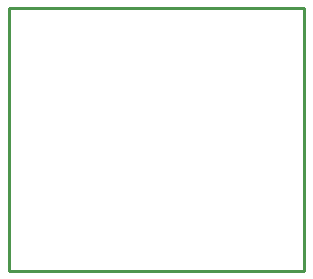
<source format=gko>
G04 Layer: BoardOutlineLayer*
G04 EasyEDA Pro v2.2.40.8, 2025-10-31 20:04:37*
G04 Gerber Generator version 0.3*
G04 Scale: 100 percent, Rotated: No, Reflected: No*
G04 Dimensions in millimeters*
G04 Leading zeros omitted, absolute positions, 4 integers and 5 decimals*
G04 Generated by one-click*
%FSLAX45Y45*%
%MOMM*%
%ADD10C,0.254*%
%ADD11C,0.4636*%
G75*


G04 Rect Start*
G54D10*
G01X-2514600Y12700D02*
G01X-2514600Y2235200D01*
G01X-15900Y2235200D01*
G01X-15900Y12700D01*
G01X-2514600Y12700D01*
G04 Rect End*

M02*


</source>
